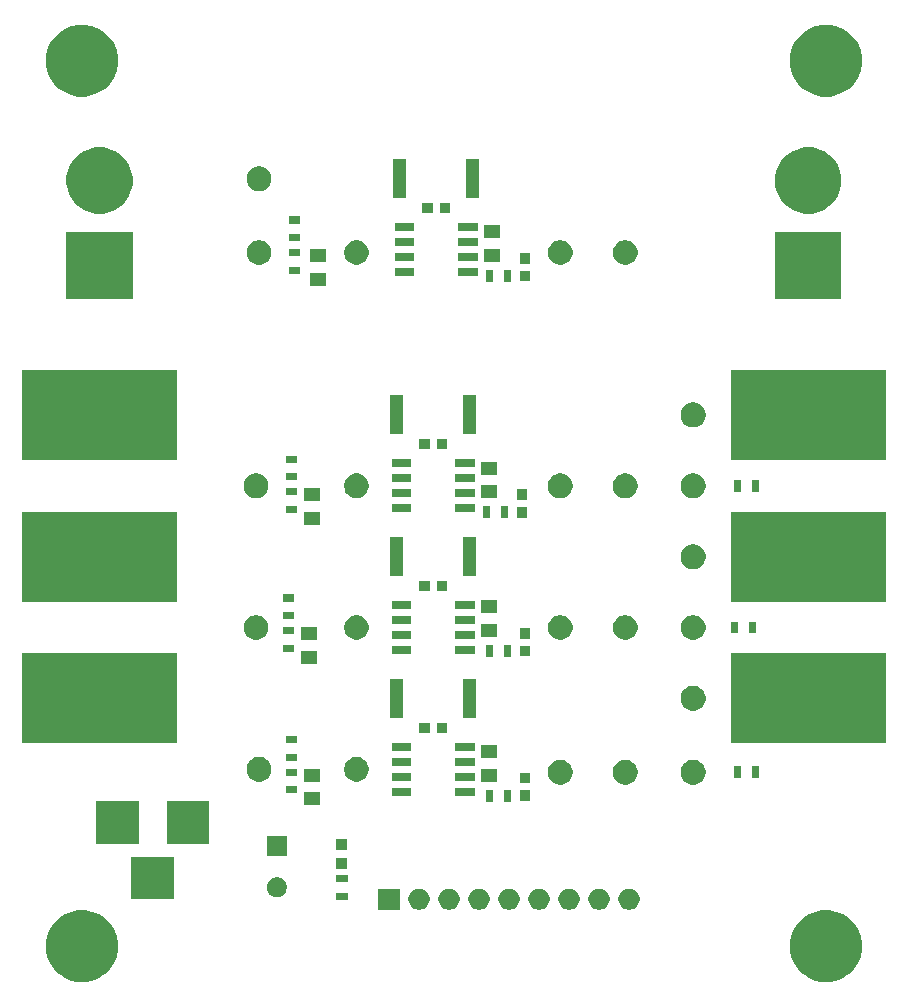
<source format=gts>
G04 #@! TF.GenerationSoftware,KiCad,Pcbnew,(5.1.5)-3*
G04 #@! TF.CreationDate,2020-01-25T00:11:38-03:30*
G04 #@! TF.ProjectId,Power Sense PCB,506f7765-7220-4536-956e-736520504342,rev?*
G04 #@! TF.SameCoordinates,Original*
G04 #@! TF.FileFunction,Soldermask,Top*
G04 #@! TF.FilePolarity,Negative*
%FSLAX46Y46*%
G04 Gerber Fmt 4.6, Leading zero omitted, Abs format (unit mm)*
G04 Created by KiCad (PCBNEW (5.1.5)-3) date 2020-01-25 00:11:38*
%MOMM*%
%LPD*%
G04 APERTURE LIST*
%ADD10C,0.100000*%
G04 APERTURE END LIST*
D10*
G36*
X124389943Y-118066248D02*
G01*
X124945189Y-118296238D01*
X125193347Y-118462052D01*
X125444899Y-118630134D01*
X125869866Y-119055101D01*
X126018440Y-119277458D01*
X126203762Y-119554811D01*
X126433752Y-120110057D01*
X126551000Y-120699501D01*
X126551000Y-121300499D01*
X126433752Y-121889943D01*
X126203762Y-122445189D01*
X126203761Y-122445190D01*
X125869866Y-122944899D01*
X125444899Y-123369866D01*
X125304573Y-123463629D01*
X124945189Y-123703762D01*
X124389943Y-123933752D01*
X123800499Y-124051000D01*
X123199501Y-124051000D01*
X122610057Y-123933752D01*
X122054811Y-123703762D01*
X121695427Y-123463629D01*
X121555101Y-123369866D01*
X121130134Y-122944899D01*
X120796239Y-122445190D01*
X120796238Y-122445189D01*
X120566248Y-121889943D01*
X120449000Y-121300499D01*
X120449000Y-120699501D01*
X120566248Y-120110057D01*
X120796238Y-119554811D01*
X120981560Y-119277458D01*
X121130134Y-119055101D01*
X121555101Y-118630134D01*
X121806653Y-118462052D01*
X122054811Y-118296238D01*
X122610057Y-118066248D01*
X123199501Y-117949000D01*
X123800499Y-117949000D01*
X124389943Y-118066248D01*
G37*
G36*
X61389943Y-118066248D02*
G01*
X61945189Y-118296238D01*
X62193347Y-118462052D01*
X62444899Y-118630134D01*
X62869866Y-119055101D01*
X63018440Y-119277458D01*
X63203762Y-119554811D01*
X63433752Y-120110057D01*
X63551000Y-120699501D01*
X63551000Y-121300499D01*
X63433752Y-121889943D01*
X63203762Y-122445189D01*
X63203761Y-122445190D01*
X62869866Y-122944899D01*
X62444899Y-123369866D01*
X62304573Y-123463629D01*
X61945189Y-123703762D01*
X61389943Y-123933752D01*
X60800499Y-124051000D01*
X60199501Y-124051000D01*
X59610057Y-123933752D01*
X59054811Y-123703762D01*
X58695427Y-123463629D01*
X58555101Y-123369866D01*
X58130134Y-122944899D01*
X57796239Y-122445190D01*
X57796238Y-122445189D01*
X57566248Y-121889943D01*
X57449000Y-121300499D01*
X57449000Y-120699501D01*
X57566248Y-120110057D01*
X57796238Y-119554811D01*
X57981560Y-119277458D01*
X58130134Y-119055101D01*
X58555101Y-118630134D01*
X58806653Y-118462052D01*
X59054811Y-118296238D01*
X59610057Y-118066248D01*
X60199501Y-117949000D01*
X60800499Y-117949000D01*
X61389943Y-118066248D01*
G37*
G36*
X87401000Y-117901000D02*
G01*
X85599000Y-117901000D01*
X85599000Y-116099000D01*
X87401000Y-116099000D01*
X87401000Y-117901000D01*
G37*
G36*
X89153512Y-116103927D02*
G01*
X89302812Y-116133624D01*
X89466784Y-116201544D01*
X89614354Y-116300147D01*
X89739853Y-116425646D01*
X89838456Y-116573216D01*
X89906376Y-116737188D01*
X89941000Y-116911259D01*
X89941000Y-117088741D01*
X89906376Y-117262812D01*
X89838456Y-117426784D01*
X89739853Y-117574354D01*
X89614354Y-117699853D01*
X89466784Y-117798456D01*
X89302812Y-117866376D01*
X89153512Y-117896073D01*
X89128742Y-117901000D01*
X88951258Y-117901000D01*
X88926488Y-117896073D01*
X88777188Y-117866376D01*
X88613216Y-117798456D01*
X88465646Y-117699853D01*
X88340147Y-117574354D01*
X88241544Y-117426784D01*
X88173624Y-117262812D01*
X88139000Y-117088741D01*
X88139000Y-116911259D01*
X88173624Y-116737188D01*
X88241544Y-116573216D01*
X88340147Y-116425646D01*
X88465646Y-116300147D01*
X88613216Y-116201544D01*
X88777188Y-116133624D01*
X88926488Y-116103927D01*
X88951258Y-116099000D01*
X89128742Y-116099000D01*
X89153512Y-116103927D01*
G37*
G36*
X106933512Y-116103927D02*
G01*
X107082812Y-116133624D01*
X107246784Y-116201544D01*
X107394354Y-116300147D01*
X107519853Y-116425646D01*
X107618456Y-116573216D01*
X107686376Y-116737188D01*
X107721000Y-116911259D01*
X107721000Y-117088741D01*
X107686376Y-117262812D01*
X107618456Y-117426784D01*
X107519853Y-117574354D01*
X107394354Y-117699853D01*
X107246784Y-117798456D01*
X107082812Y-117866376D01*
X106933512Y-117896073D01*
X106908742Y-117901000D01*
X106731258Y-117901000D01*
X106706488Y-117896073D01*
X106557188Y-117866376D01*
X106393216Y-117798456D01*
X106245646Y-117699853D01*
X106120147Y-117574354D01*
X106021544Y-117426784D01*
X105953624Y-117262812D01*
X105919000Y-117088741D01*
X105919000Y-116911259D01*
X105953624Y-116737188D01*
X106021544Y-116573216D01*
X106120147Y-116425646D01*
X106245646Y-116300147D01*
X106393216Y-116201544D01*
X106557188Y-116133624D01*
X106706488Y-116103927D01*
X106731258Y-116099000D01*
X106908742Y-116099000D01*
X106933512Y-116103927D01*
G37*
G36*
X104393512Y-116103927D02*
G01*
X104542812Y-116133624D01*
X104706784Y-116201544D01*
X104854354Y-116300147D01*
X104979853Y-116425646D01*
X105078456Y-116573216D01*
X105146376Y-116737188D01*
X105181000Y-116911259D01*
X105181000Y-117088741D01*
X105146376Y-117262812D01*
X105078456Y-117426784D01*
X104979853Y-117574354D01*
X104854354Y-117699853D01*
X104706784Y-117798456D01*
X104542812Y-117866376D01*
X104393512Y-117896073D01*
X104368742Y-117901000D01*
X104191258Y-117901000D01*
X104166488Y-117896073D01*
X104017188Y-117866376D01*
X103853216Y-117798456D01*
X103705646Y-117699853D01*
X103580147Y-117574354D01*
X103481544Y-117426784D01*
X103413624Y-117262812D01*
X103379000Y-117088741D01*
X103379000Y-116911259D01*
X103413624Y-116737188D01*
X103481544Y-116573216D01*
X103580147Y-116425646D01*
X103705646Y-116300147D01*
X103853216Y-116201544D01*
X104017188Y-116133624D01*
X104166488Y-116103927D01*
X104191258Y-116099000D01*
X104368742Y-116099000D01*
X104393512Y-116103927D01*
G37*
G36*
X101853512Y-116103927D02*
G01*
X102002812Y-116133624D01*
X102166784Y-116201544D01*
X102314354Y-116300147D01*
X102439853Y-116425646D01*
X102538456Y-116573216D01*
X102606376Y-116737188D01*
X102641000Y-116911259D01*
X102641000Y-117088741D01*
X102606376Y-117262812D01*
X102538456Y-117426784D01*
X102439853Y-117574354D01*
X102314354Y-117699853D01*
X102166784Y-117798456D01*
X102002812Y-117866376D01*
X101853512Y-117896073D01*
X101828742Y-117901000D01*
X101651258Y-117901000D01*
X101626488Y-117896073D01*
X101477188Y-117866376D01*
X101313216Y-117798456D01*
X101165646Y-117699853D01*
X101040147Y-117574354D01*
X100941544Y-117426784D01*
X100873624Y-117262812D01*
X100839000Y-117088741D01*
X100839000Y-116911259D01*
X100873624Y-116737188D01*
X100941544Y-116573216D01*
X101040147Y-116425646D01*
X101165646Y-116300147D01*
X101313216Y-116201544D01*
X101477188Y-116133624D01*
X101626488Y-116103927D01*
X101651258Y-116099000D01*
X101828742Y-116099000D01*
X101853512Y-116103927D01*
G37*
G36*
X96773512Y-116103927D02*
G01*
X96922812Y-116133624D01*
X97086784Y-116201544D01*
X97234354Y-116300147D01*
X97359853Y-116425646D01*
X97458456Y-116573216D01*
X97526376Y-116737188D01*
X97561000Y-116911259D01*
X97561000Y-117088741D01*
X97526376Y-117262812D01*
X97458456Y-117426784D01*
X97359853Y-117574354D01*
X97234354Y-117699853D01*
X97086784Y-117798456D01*
X96922812Y-117866376D01*
X96773512Y-117896073D01*
X96748742Y-117901000D01*
X96571258Y-117901000D01*
X96546488Y-117896073D01*
X96397188Y-117866376D01*
X96233216Y-117798456D01*
X96085646Y-117699853D01*
X95960147Y-117574354D01*
X95861544Y-117426784D01*
X95793624Y-117262812D01*
X95759000Y-117088741D01*
X95759000Y-116911259D01*
X95793624Y-116737188D01*
X95861544Y-116573216D01*
X95960147Y-116425646D01*
X96085646Y-116300147D01*
X96233216Y-116201544D01*
X96397188Y-116133624D01*
X96546488Y-116103927D01*
X96571258Y-116099000D01*
X96748742Y-116099000D01*
X96773512Y-116103927D01*
G37*
G36*
X99313512Y-116103927D02*
G01*
X99462812Y-116133624D01*
X99626784Y-116201544D01*
X99774354Y-116300147D01*
X99899853Y-116425646D01*
X99998456Y-116573216D01*
X100066376Y-116737188D01*
X100101000Y-116911259D01*
X100101000Y-117088741D01*
X100066376Y-117262812D01*
X99998456Y-117426784D01*
X99899853Y-117574354D01*
X99774354Y-117699853D01*
X99626784Y-117798456D01*
X99462812Y-117866376D01*
X99313512Y-117896073D01*
X99288742Y-117901000D01*
X99111258Y-117901000D01*
X99086488Y-117896073D01*
X98937188Y-117866376D01*
X98773216Y-117798456D01*
X98625646Y-117699853D01*
X98500147Y-117574354D01*
X98401544Y-117426784D01*
X98333624Y-117262812D01*
X98299000Y-117088741D01*
X98299000Y-116911259D01*
X98333624Y-116737188D01*
X98401544Y-116573216D01*
X98500147Y-116425646D01*
X98625646Y-116300147D01*
X98773216Y-116201544D01*
X98937188Y-116133624D01*
X99086488Y-116103927D01*
X99111258Y-116099000D01*
X99288742Y-116099000D01*
X99313512Y-116103927D01*
G37*
G36*
X91693512Y-116103927D02*
G01*
X91842812Y-116133624D01*
X92006784Y-116201544D01*
X92154354Y-116300147D01*
X92279853Y-116425646D01*
X92378456Y-116573216D01*
X92446376Y-116737188D01*
X92481000Y-116911259D01*
X92481000Y-117088741D01*
X92446376Y-117262812D01*
X92378456Y-117426784D01*
X92279853Y-117574354D01*
X92154354Y-117699853D01*
X92006784Y-117798456D01*
X91842812Y-117866376D01*
X91693512Y-117896073D01*
X91668742Y-117901000D01*
X91491258Y-117901000D01*
X91466488Y-117896073D01*
X91317188Y-117866376D01*
X91153216Y-117798456D01*
X91005646Y-117699853D01*
X90880147Y-117574354D01*
X90781544Y-117426784D01*
X90713624Y-117262812D01*
X90679000Y-117088741D01*
X90679000Y-116911259D01*
X90713624Y-116737188D01*
X90781544Y-116573216D01*
X90880147Y-116425646D01*
X91005646Y-116300147D01*
X91153216Y-116201544D01*
X91317188Y-116133624D01*
X91466488Y-116103927D01*
X91491258Y-116099000D01*
X91668742Y-116099000D01*
X91693512Y-116103927D01*
G37*
G36*
X94233512Y-116103927D02*
G01*
X94382812Y-116133624D01*
X94546784Y-116201544D01*
X94694354Y-116300147D01*
X94819853Y-116425646D01*
X94918456Y-116573216D01*
X94986376Y-116737188D01*
X95021000Y-116911259D01*
X95021000Y-117088741D01*
X94986376Y-117262812D01*
X94918456Y-117426784D01*
X94819853Y-117574354D01*
X94694354Y-117699853D01*
X94546784Y-117798456D01*
X94382812Y-117866376D01*
X94233512Y-117896073D01*
X94208742Y-117901000D01*
X94031258Y-117901000D01*
X94006488Y-117896073D01*
X93857188Y-117866376D01*
X93693216Y-117798456D01*
X93545646Y-117699853D01*
X93420147Y-117574354D01*
X93321544Y-117426784D01*
X93253624Y-117262812D01*
X93219000Y-117088741D01*
X93219000Y-116911259D01*
X93253624Y-116737188D01*
X93321544Y-116573216D01*
X93420147Y-116425646D01*
X93545646Y-116300147D01*
X93693216Y-116201544D01*
X93857188Y-116133624D01*
X94006488Y-116103927D01*
X94031258Y-116099000D01*
X94208742Y-116099000D01*
X94233512Y-116103927D01*
G37*
G36*
X83001000Y-117051000D02*
G01*
X81999000Y-117051000D01*
X81999000Y-116449000D01*
X83001000Y-116449000D01*
X83001000Y-117051000D01*
G37*
G36*
X68301000Y-117001000D02*
G01*
X64699000Y-117001000D01*
X64699000Y-113399000D01*
X68301000Y-113399000D01*
X68301000Y-117001000D01*
G37*
G36*
X77248228Y-115181703D02*
G01*
X77403100Y-115245853D01*
X77542481Y-115338985D01*
X77661015Y-115457519D01*
X77754147Y-115596900D01*
X77818297Y-115751772D01*
X77851000Y-115916184D01*
X77851000Y-116083816D01*
X77818297Y-116248228D01*
X77754147Y-116403100D01*
X77661015Y-116542481D01*
X77542481Y-116661015D01*
X77403100Y-116754147D01*
X77248228Y-116818297D01*
X77083816Y-116851000D01*
X76916184Y-116851000D01*
X76751772Y-116818297D01*
X76596900Y-116754147D01*
X76457519Y-116661015D01*
X76338985Y-116542481D01*
X76245853Y-116403100D01*
X76181703Y-116248228D01*
X76149000Y-116083816D01*
X76149000Y-115916184D01*
X76181703Y-115751772D01*
X76245853Y-115596900D01*
X76338985Y-115457519D01*
X76457519Y-115338985D01*
X76596900Y-115245853D01*
X76751772Y-115181703D01*
X76916184Y-115149000D01*
X77083816Y-115149000D01*
X77248228Y-115181703D01*
G37*
G36*
X83001000Y-115551000D02*
G01*
X81999000Y-115551000D01*
X81999000Y-114949000D01*
X83001000Y-114949000D01*
X83001000Y-115551000D01*
G37*
G36*
X82951000Y-114451000D02*
G01*
X82049000Y-114451000D01*
X82049000Y-113549000D01*
X82951000Y-113549000D01*
X82951000Y-114451000D01*
G37*
G36*
X77851000Y-113351000D02*
G01*
X76149000Y-113351000D01*
X76149000Y-111649000D01*
X77851000Y-111649000D01*
X77851000Y-113351000D01*
G37*
G36*
X82951000Y-112851000D02*
G01*
X82049000Y-112851000D01*
X82049000Y-111949000D01*
X82951000Y-111949000D01*
X82951000Y-112851000D01*
G37*
G36*
X71301000Y-112301000D02*
G01*
X67699000Y-112301000D01*
X67699000Y-108699000D01*
X71301000Y-108699000D01*
X71301000Y-112301000D01*
G37*
G36*
X65301000Y-112301000D02*
G01*
X61699000Y-112301000D01*
X61699000Y-108699000D01*
X65301000Y-108699000D01*
X65301000Y-112301000D01*
G37*
G36*
X80676000Y-109051000D02*
G01*
X79324000Y-109051000D01*
X79324000Y-107949000D01*
X80676000Y-107949000D01*
X80676000Y-109051000D01*
G37*
G36*
X95301000Y-108751000D02*
G01*
X94699000Y-108751000D01*
X94699000Y-107749000D01*
X95301000Y-107749000D01*
X95301000Y-108751000D01*
G37*
G36*
X96801000Y-108751000D02*
G01*
X96199000Y-108751000D01*
X96199000Y-107749000D01*
X96801000Y-107749000D01*
X96801000Y-108751000D01*
G37*
G36*
X98426000Y-108701000D02*
G01*
X97574000Y-108701000D01*
X97574000Y-107799000D01*
X98426000Y-107799000D01*
X98426000Y-108701000D01*
G37*
G36*
X93776000Y-108256000D02*
G01*
X92124000Y-108256000D01*
X92124000Y-107554000D01*
X93776000Y-107554000D01*
X93776000Y-108256000D01*
G37*
G36*
X88376000Y-108256000D02*
G01*
X86724000Y-108256000D01*
X86724000Y-107554000D01*
X88376000Y-107554000D01*
X88376000Y-108256000D01*
G37*
G36*
X78751000Y-108051000D02*
G01*
X77749000Y-108051000D01*
X77749000Y-107449000D01*
X78751000Y-107449000D01*
X78751000Y-108051000D01*
G37*
G36*
X106806564Y-105239389D02*
G01*
X106997833Y-105318615D01*
X106997835Y-105318616D01*
X107169973Y-105433635D01*
X107316365Y-105580027D01*
X107392143Y-105693436D01*
X107431385Y-105752167D01*
X107510611Y-105943436D01*
X107551000Y-106146484D01*
X107551000Y-106353516D01*
X107510611Y-106556564D01*
X107431385Y-106747833D01*
X107431384Y-106747835D01*
X107316365Y-106919973D01*
X107169973Y-107066365D01*
X106997835Y-107181384D01*
X106997834Y-107181385D01*
X106997833Y-107181385D01*
X106806564Y-107260611D01*
X106603516Y-107301000D01*
X106396484Y-107301000D01*
X106193436Y-107260611D01*
X106002167Y-107181385D01*
X106002166Y-107181385D01*
X106002165Y-107181384D01*
X105830027Y-107066365D01*
X105683635Y-106919973D01*
X105568616Y-106747835D01*
X105568615Y-106747833D01*
X105489389Y-106556564D01*
X105449000Y-106353516D01*
X105449000Y-106146484D01*
X105489389Y-105943436D01*
X105568615Y-105752167D01*
X105607858Y-105693436D01*
X105683635Y-105580027D01*
X105830027Y-105433635D01*
X106002165Y-105318616D01*
X106002167Y-105318615D01*
X106193436Y-105239389D01*
X106396484Y-105199000D01*
X106603516Y-105199000D01*
X106806564Y-105239389D01*
G37*
G36*
X112556564Y-105239389D02*
G01*
X112747833Y-105318615D01*
X112747835Y-105318616D01*
X112919973Y-105433635D01*
X113066365Y-105580027D01*
X113142143Y-105693436D01*
X113181385Y-105752167D01*
X113260611Y-105943436D01*
X113301000Y-106146484D01*
X113301000Y-106353516D01*
X113260611Y-106556564D01*
X113181385Y-106747833D01*
X113181384Y-106747835D01*
X113066365Y-106919973D01*
X112919973Y-107066365D01*
X112747835Y-107181384D01*
X112747834Y-107181385D01*
X112747833Y-107181385D01*
X112556564Y-107260611D01*
X112353516Y-107301000D01*
X112146484Y-107301000D01*
X111943436Y-107260611D01*
X111752167Y-107181385D01*
X111752166Y-107181385D01*
X111752165Y-107181384D01*
X111580027Y-107066365D01*
X111433635Y-106919973D01*
X111318616Y-106747835D01*
X111318615Y-106747833D01*
X111239389Y-106556564D01*
X111199000Y-106353516D01*
X111199000Y-106146484D01*
X111239389Y-105943436D01*
X111318615Y-105752167D01*
X111357858Y-105693436D01*
X111433635Y-105580027D01*
X111580027Y-105433635D01*
X111752165Y-105318616D01*
X111752167Y-105318615D01*
X111943436Y-105239389D01*
X112146484Y-105199000D01*
X112353516Y-105199000D01*
X112556564Y-105239389D01*
G37*
G36*
X101306564Y-105239389D02*
G01*
X101497833Y-105318615D01*
X101497835Y-105318616D01*
X101669973Y-105433635D01*
X101816365Y-105580027D01*
X101892143Y-105693436D01*
X101931385Y-105752167D01*
X102010611Y-105943436D01*
X102051000Y-106146484D01*
X102051000Y-106353516D01*
X102010611Y-106556564D01*
X101931385Y-106747833D01*
X101931384Y-106747835D01*
X101816365Y-106919973D01*
X101669973Y-107066365D01*
X101497835Y-107181384D01*
X101497834Y-107181385D01*
X101497833Y-107181385D01*
X101306564Y-107260611D01*
X101103516Y-107301000D01*
X100896484Y-107301000D01*
X100693436Y-107260611D01*
X100502167Y-107181385D01*
X100502166Y-107181385D01*
X100502165Y-107181384D01*
X100330027Y-107066365D01*
X100183635Y-106919973D01*
X100068616Y-106747835D01*
X100068615Y-106747833D01*
X99989389Y-106556564D01*
X99949000Y-106353516D01*
X99949000Y-106146484D01*
X99989389Y-105943436D01*
X100068615Y-105752167D01*
X100107858Y-105693436D01*
X100183635Y-105580027D01*
X100330027Y-105433635D01*
X100502165Y-105318616D01*
X100502167Y-105318615D01*
X100693436Y-105239389D01*
X100896484Y-105199000D01*
X101103516Y-105199000D01*
X101306564Y-105239389D01*
G37*
G36*
X98426000Y-107201000D02*
G01*
X97574000Y-107201000D01*
X97574000Y-106299000D01*
X98426000Y-106299000D01*
X98426000Y-107201000D01*
G37*
G36*
X95676000Y-107051000D02*
G01*
X94324000Y-107051000D01*
X94324000Y-105949000D01*
X95676000Y-105949000D01*
X95676000Y-107051000D01*
G37*
G36*
X84056564Y-104989389D02*
G01*
X84247833Y-105068615D01*
X84247835Y-105068616D01*
X84419973Y-105183635D01*
X84566365Y-105330027D01*
X84635594Y-105433635D01*
X84681385Y-105502167D01*
X84760611Y-105693436D01*
X84801000Y-105896484D01*
X84801000Y-106103516D01*
X84760611Y-106306564D01*
X84681385Y-106497833D01*
X84681384Y-106497835D01*
X84566365Y-106669973D01*
X84419973Y-106816365D01*
X84247835Y-106931384D01*
X84247834Y-106931385D01*
X84247833Y-106931385D01*
X84056564Y-107010611D01*
X83853516Y-107051000D01*
X83646484Y-107051000D01*
X83443436Y-107010611D01*
X83252167Y-106931385D01*
X83252166Y-106931385D01*
X83252165Y-106931384D01*
X83080027Y-106816365D01*
X82933635Y-106669973D01*
X82818616Y-106497835D01*
X82818615Y-106497833D01*
X82739389Y-106306564D01*
X82699000Y-106103516D01*
X82699000Y-105896484D01*
X82739389Y-105693436D01*
X82818615Y-105502167D01*
X82864407Y-105433635D01*
X82933635Y-105330027D01*
X83080027Y-105183635D01*
X83252165Y-105068616D01*
X83252167Y-105068615D01*
X83443436Y-104989389D01*
X83646484Y-104949000D01*
X83853516Y-104949000D01*
X84056564Y-104989389D01*
G37*
G36*
X80676000Y-107051000D02*
G01*
X79324000Y-107051000D01*
X79324000Y-105949000D01*
X80676000Y-105949000D01*
X80676000Y-107051000D01*
G37*
G36*
X75806564Y-104989389D02*
G01*
X75997833Y-105068615D01*
X75997835Y-105068616D01*
X76169973Y-105183635D01*
X76316365Y-105330027D01*
X76385594Y-105433635D01*
X76431385Y-105502167D01*
X76510611Y-105693436D01*
X76551000Y-105896484D01*
X76551000Y-106103516D01*
X76510611Y-106306564D01*
X76431385Y-106497833D01*
X76431384Y-106497835D01*
X76316365Y-106669973D01*
X76169973Y-106816365D01*
X75997835Y-106931384D01*
X75997834Y-106931385D01*
X75997833Y-106931385D01*
X75806564Y-107010611D01*
X75603516Y-107051000D01*
X75396484Y-107051000D01*
X75193436Y-107010611D01*
X75002167Y-106931385D01*
X75002166Y-106931385D01*
X75002165Y-106931384D01*
X74830027Y-106816365D01*
X74683635Y-106669973D01*
X74568616Y-106497835D01*
X74568615Y-106497833D01*
X74489389Y-106306564D01*
X74449000Y-106103516D01*
X74449000Y-105896484D01*
X74489389Y-105693436D01*
X74568615Y-105502167D01*
X74614407Y-105433635D01*
X74683635Y-105330027D01*
X74830027Y-105183635D01*
X75002165Y-105068616D01*
X75002167Y-105068615D01*
X75193436Y-104989389D01*
X75396484Y-104949000D01*
X75603516Y-104949000D01*
X75806564Y-104989389D01*
G37*
G36*
X88376000Y-106986000D02*
G01*
X86724000Y-106986000D01*
X86724000Y-106284000D01*
X88376000Y-106284000D01*
X88376000Y-106986000D01*
G37*
G36*
X93776000Y-106986000D02*
G01*
X92124000Y-106986000D01*
X92124000Y-106284000D01*
X93776000Y-106284000D01*
X93776000Y-106986000D01*
G37*
G36*
X117801000Y-106751000D02*
G01*
X117199000Y-106751000D01*
X117199000Y-105749000D01*
X117801000Y-105749000D01*
X117801000Y-106751000D01*
G37*
G36*
X116301000Y-106751000D02*
G01*
X115699000Y-106751000D01*
X115699000Y-105749000D01*
X116301000Y-105749000D01*
X116301000Y-106751000D01*
G37*
G36*
X78751000Y-106551000D02*
G01*
X77749000Y-106551000D01*
X77749000Y-105949000D01*
X78751000Y-105949000D01*
X78751000Y-106551000D01*
G37*
G36*
X93776000Y-105716000D02*
G01*
X92124000Y-105716000D01*
X92124000Y-105014000D01*
X93776000Y-105014000D01*
X93776000Y-105716000D01*
G37*
G36*
X88376000Y-105716000D02*
G01*
X86724000Y-105716000D01*
X86724000Y-105014000D01*
X88376000Y-105014000D01*
X88376000Y-105716000D01*
G37*
G36*
X78751000Y-105301000D02*
G01*
X77749000Y-105301000D01*
X77749000Y-104699000D01*
X78751000Y-104699000D01*
X78751000Y-105301000D01*
G37*
G36*
X95676000Y-105051000D02*
G01*
X94324000Y-105051000D01*
X94324000Y-103949000D01*
X95676000Y-103949000D01*
X95676000Y-105051000D01*
G37*
G36*
X93776000Y-104446000D02*
G01*
X92124000Y-104446000D01*
X92124000Y-103744000D01*
X93776000Y-103744000D01*
X93776000Y-104446000D01*
G37*
G36*
X88376000Y-104446000D02*
G01*
X86724000Y-104446000D01*
X86724000Y-103744000D01*
X88376000Y-103744000D01*
X88376000Y-104446000D01*
G37*
G36*
X128551000Y-103801000D02*
G01*
X115449000Y-103801000D01*
X115449000Y-96199000D01*
X128551000Y-96199000D01*
X128551000Y-103801000D01*
G37*
G36*
X78751000Y-103801000D02*
G01*
X77749000Y-103801000D01*
X77749000Y-103199000D01*
X78751000Y-103199000D01*
X78751000Y-103801000D01*
G37*
G36*
X68551000Y-103801000D02*
G01*
X55449000Y-103801000D01*
X55449000Y-96199000D01*
X68551000Y-96199000D01*
X68551000Y-103801000D01*
G37*
G36*
X91451000Y-102926000D02*
G01*
X90549000Y-102926000D01*
X90549000Y-102074000D01*
X91451000Y-102074000D01*
X91451000Y-102926000D01*
G37*
G36*
X89951000Y-102926000D02*
G01*
X89049000Y-102926000D01*
X89049000Y-102074000D01*
X89951000Y-102074000D01*
X89951000Y-102926000D01*
G37*
G36*
X93901000Y-101651000D02*
G01*
X92799000Y-101651000D01*
X92799000Y-98349000D01*
X93901000Y-98349000D01*
X93901000Y-101651000D01*
G37*
G36*
X87701000Y-101651000D02*
G01*
X86599000Y-101651000D01*
X86599000Y-98349000D01*
X87701000Y-98349000D01*
X87701000Y-101651000D01*
G37*
G36*
X112556564Y-98989389D02*
G01*
X112747833Y-99068615D01*
X112747835Y-99068616D01*
X112919973Y-99183635D01*
X113066365Y-99330027D01*
X113181385Y-99502167D01*
X113260611Y-99693436D01*
X113301000Y-99896484D01*
X113301000Y-100103516D01*
X113260611Y-100306564D01*
X113181385Y-100497833D01*
X113181384Y-100497835D01*
X113066365Y-100669973D01*
X112919973Y-100816365D01*
X112747835Y-100931384D01*
X112747834Y-100931385D01*
X112747833Y-100931385D01*
X112556564Y-101010611D01*
X112353516Y-101051000D01*
X112146484Y-101051000D01*
X111943436Y-101010611D01*
X111752167Y-100931385D01*
X111752166Y-100931385D01*
X111752165Y-100931384D01*
X111580027Y-100816365D01*
X111433635Y-100669973D01*
X111318616Y-100497835D01*
X111318615Y-100497833D01*
X111239389Y-100306564D01*
X111199000Y-100103516D01*
X111199000Y-99896484D01*
X111239389Y-99693436D01*
X111318615Y-99502167D01*
X111433635Y-99330027D01*
X111580027Y-99183635D01*
X111752165Y-99068616D01*
X111752167Y-99068615D01*
X111943436Y-98989389D01*
X112146484Y-98949000D01*
X112353516Y-98949000D01*
X112556564Y-98989389D01*
G37*
G36*
X80426000Y-97051000D02*
G01*
X79074000Y-97051000D01*
X79074000Y-95949000D01*
X80426000Y-95949000D01*
X80426000Y-97051000D01*
G37*
G36*
X95301000Y-96501000D02*
G01*
X94699000Y-96501000D01*
X94699000Y-95499000D01*
X95301000Y-95499000D01*
X95301000Y-96501000D01*
G37*
G36*
X96801000Y-96501000D02*
G01*
X96199000Y-96501000D01*
X96199000Y-95499000D01*
X96801000Y-95499000D01*
X96801000Y-96501000D01*
G37*
G36*
X98426000Y-96451000D02*
G01*
X97574000Y-96451000D01*
X97574000Y-95549000D01*
X98426000Y-95549000D01*
X98426000Y-96451000D01*
G37*
G36*
X93776000Y-96256000D02*
G01*
X92124000Y-96256000D01*
X92124000Y-95554000D01*
X93776000Y-95554000D01*
X93776000Y-96256000D01*
G37*
G36*
X88376000Y-96256000D02*
G01*
X86724000Y-96256000D01*
X86724000Y-95554000D01*
X88376000Y-95554000D01*
X88376000Y-96256000D01*
G37*
G36*
X78501000Y-96051000D02*
G01*
X77499000Y-96051000D01*
X77499000Y-95449000D01*
X78501000Y-95449000D01*
X78501000Y-96051000D01*
G37*
G36*
X80426000Y-95051000D02*
G01*
X79074000Y-95051000D01*
X79074000Y-93949000D01*
X80426000Y-93949000D01*
X80426000Y-95051000D01*
G37*
G36*
X75556564Y-92989389D02*
G01*
X75747833Y-93068615D01*
X75747835Y-93068616D01*
X75919973Y-93183635D01*
X76066365Y-93330027D01*
X76181385Y-93502167D01*
X76260611Y-93693436D01*
X76301000Y-93896484D01*
X76301000Y-94103516D01*
X76260611Y-94306564D01*
X76181385Y-94497833D01*
X76181384Y-94497835D01*
X76066365Y-94669973D01*
X75919973Y-94816365D01*
X75747835Y-94931384D01*
X75747834Y-94931385D01*
X75747833Y-94931385D01*
X75556564Y-95010611D01*
X75353516Y-95051000D01*
X75146484Y-95051000D01*
X74943436Y-95010611D01*
X74752167Y-94931385D01*
X74752166Y-94931385D01*
X74752165Y-94931384D01*
X74580027Y-94816365D01*
X74433635Y-94669973D01*
X74318616Y-94497835D01*
X74318615Y-94497833D01*
X74239389Y-94306564D01*
X74199000Y-94103516D01*
X74199000Y-93896484D01*
X74239389Y-93693436D01*
X74318615Y-93502167D01*
X74433635Y-93330027D01*
X74580027Y-93183635D01*
X74752165Y-93068616D01*
X74752167Y-93068615D01*
X74943436Y-92989389D01*
X75146484Y-92949000D01*
X75353516Y-92949000D01*
X75556564Y-92989389D01*
G37*
G36*
X112556564Y-92989389D02*
G01*
X112747833Y-93068615D01*
X112747835Y-93068616D01*
X112919973Y-93183635D01*
X113066365Y-93330027D01*
X113181385Y-93502167D01*
X113260611Y-93693436D01*
X113301000Y-93896484D01*
X113301000Y-94103516D01*
X113260611Y-94306564D01*
X113181385Y-94497833D01*
X113181384Y-94497835D01*
X113066365Y-94669973D01*
X112919973Y-94816365D01*
X112747835Y-94931384D01*
X112747834Y-94931385D01*
X112747833Y-94931385D01*
X112556564Y-95010611D01*
X112353516Y-95051000D01*
X112146484Y-95051000D01*
X111943436Y-95010611D01*
X111752167Y-94931385D01*
X111752166Y-94931385D01*
X111752165Y-94931384D01*
X111580027Y-94816365D01*
X111433635Y-94669973D01*
X111318616Y-94497835D01*
X111318615Y-94497833D01*
X111239389Y-94306564D01*
X111199000Y-94103516D01*
X111199000Y-93896484D01*
X111239389Y-93693436D01*
X111318615Y-93502167D01*
X111433635Y-93330027D01*
X111580027Y-93183635D01*
X111752165Y-93068616D01*
X111752167Y-93068615D01*
X111943436Y-92989389D01*
X112146484Y-92949000D01*
X112353516Y-92949000D01*
X112556564Y-92989389D01*
G37*
G36*
X101306564Y-92989389D02*
G01*
X101497833Y-93068615D01*
X101497835Y-93068616D01*
X101669973Y-93183635D01*
X101816365Y-93330027D01*
X101931385Y-93502167D01*
X102010611Y-93693436D01*
X102051000Y-93896484D01*
X102051000Y-94103516D01*
X102010611Y-94306564D01*
X101931385Y-94497833D01*
X101931384Y-94497835D01*
X101816365Y-94669973D01*
X101669973Y-94816365D01*
X101497835Y-94931384D01*
X101497834Y-94931385D01*
X101497833Y-94931385D01*
X101306564Y-95010611D01*
X101103516Y-95051000D01*
X100896484Y-95051000D01*
X100693436Y-95010611D01*
X100502167Y-94931385D01*
X100502166Y-94931385D01*
X100502165Y-94931384D01*
X100330027Y-94816365D01*
X100183635Y-94669973D01*
X100068616Y-94497835D01*
X100068615Y-94497833D01*
X99989389Y-94306564D01*
X99949000Y-94103516D01*
X99949000Y-93896484D01*
X99989389Y-93693436D01*
X100068615Y-93502167D01*
X100183635Y-93330027D01*
X100330027Y-93183635D01*
X100502165Y-93068616D01*
X100502167Y-93068615D01*
X100693436Y-92989389D01*
X100896484Y-92949000D01*
X101103516Y-92949000D01*
X101306564Y-92989389D01*
G37*
G36*
X106806564Y-92989389D02*
G01*
X106997833Y-93068615D01*
X106997835Y-93068616D01*
X107169973Y-93183635D01*
X107316365Y-93330027D01*
X107431385Y-93502167D01*
X107510611Y-93693436D01*
X107551000Y-93896484D01*
X107551000Y-94103516D01*
X107510611Y-94306564D01*
X107431385Y-94497833D01*
X107431384Y-94497835D01*
X107316365Y-94669973D01*
X107169973Y-94816365D01*
X106997835Y-94931384D01*
X106997834Y-94931385D01*
X106997833Y-94931385D01*
X106806564Y-95010611D01*
X106603516Y-95051000D01*
X106396484Y-95051000D01*
X106193436Y-95010611D01*
X106002167Y-94931385D01*
X106002166Y-94931385D01*
X106002165Y-94931384D01*
X105830027Y-94816365D01*
X105683635Y-94669973D01*
X105568616Y-94497835D01*
X105568615Y-94497833D01*
X105489389Y-94306564D01*
X105449000Y-94103516D01*
X105449000Y-93896484D01*
X105489389Y-93693436D01*
X105568615Y-93502167D01*
X105683635Y-93330027D01*
X105830027Y-93183635D01*
X106002165Y-93068616D01*
X106002167Y-93068615D01*
X106193436Y-92989389D01*
X106396484Y-92949000D01*
X106603516Y-92949000D01*
X106806564Y-92989389D01*
G37*
G36*
X84056564Y-92989389D02*
G01*
X84247833Y-93068615D01*
X84247835Y-93068616D01*
X84419973Y-93183635D01*
X84566365Y-93330027D01*
X84681385Y-93502167D01*
X84760611Y-93693436D01*
X84801000Y-93896484D01*
X84801000Y-94103516D01*
X84760611Y-94306564D01*
X84681385Y-94497833D01*
X84681384Y-94497835D01*
X84566365Y-94669973D01*
X84419973Y-94816365D01*
X84247835Y-94931384D01*
X84247834Y-94931385D01*
X84247833Y-94931385D01*
X84056564Y-95010611D01*
X83853516Y-95051000D01*
X83646484Y-95051000D01*
X83443436Y-95010611D01*
X83252167Y-94931385D01*
X83252166Y-94931385D01*
X83252165Y-94931384D01*
X83080027Y-94816365D01*
X82933635Y-94669973D01*
X82818616Y-94497835D01*
X82818615Y-94497833D01*
X82739389Y-94306564D01*
X82699000Y-94103516D01*
X82699000Y-93896484D01*
X82739389Y-93693436D01*
X82818615Y-93502167D01*
X82933635Y-93330027D01*
X83080027Y-93183635D01*
X83252165Y-93068616D01*
X83252167Y-93068615D01*
X83443436Y-92989389D01*
X83646484Y-92949000D01*
X83853516Y-92949000D01*
X84056564Y-92989389D01*
G37*
G36*
X93776000Y-94986000D02*
G01*
X92124000Y-94986000D01*
X92124000Y-94284000D01*
X93776000Y-94284000D01*
X93776000Y-94986000D01*
G37*
G36*
X88376000Y-94986000D02*
G01*
X86724000Y-94986000D01*
X86724000Y-94284000D01*
X88376000Y-94284000D01*
X88376000Y-94986000D01*
G37*
G36*
X98426000Y-94951000D02*
G01*
X97574000Y-94951000D01*
X97574000Y-94049000D01*
X98426000Y-94049000D01*
X98426000Y-94951000D01*
G37*
G36*
X95676000Y-94801000D02*
G01*
X94324000Y-94801000D01*
X94324000Y-93699000D01*
X95676000Y-93699000D01*
X95676000Y-94801000D01*
G37*
G36*
X78501000Y-94551000D02*
G01*
X77499000Y-94551000D01*
X77499000Y-93949000D01*
X78501000Y-93949000D01*
X78501000Y-94551000D01*
G37*
G36*
X117551000Y-94501000D02*
G01*
X116949000Y-94501000D01*
X116949000Y-93499000D01*
X117551000Y-93499000D01*
X117551000Y-94501000D01*
G37*
G36*
X116051000Y-94501000D02*
G01*
X115449000Y-94501000D01*
X115449000Y-93499000D01*
X116051000Y-93499000D01*
X116051000Y-94501000D01*
G37*
G36*
X93776000Y-93716000D02*
G01*
X92124000Y-93716000D01*
X92124000Y-93014000D01*
X93776000Y-93014000D01*
X93776000Y-93716000D01*
G37*
G36*
X88376000Y-93716000D02*
G01*
X86724000Y-93716000D01*
X86724000Y-93014000D01*
X88376000Y-93014000D01*
X88376000Y-93716000D01*
G37*
G36*
X78501000Y-93301000D02*
G01*
X77499000Y-93301000D01*
X77499000Y-92699000D01*
X78501000Y-92699000D01*
X78501000Y-93301000D01*
G37*
G36*
X95676000Y-92801000D02*
G01*
X94324000Y-92801000D01*
X94324000Y-91699000D01*
X95676000Y-91699000D01*
X95676000Y-92801000D01*
G37*
G36*
X93776000Y-92446000D02*
G01*
X92124000Y-92446000D01*
X92124000Y-91744000D01*
X93776000Y-91744000D01*
X93776000Y-92446000D01*
G37*
G36*
X88376000Y-92446000D02*
G01*
X86724000Y-92446000D01*
X86724000Y-91744000D01*
X88376000Y-91744000D01*
X88376000Y-92446000D01*
G37*
G36*
X128551000Y-91801000D02*
G01*
X115449000Y-91801000D01*
X115449000Y-84199000D01*
X128551000Y-84199000D01*
X128551000Y-91801000D01*
G37*
G36*
X78501000Y-91801000D02*
G01*
X77499000Y-91801000D01*
X77499000Y-91199000D01*
X78501000Y-91199000D01*
X78501000Y-91801000D01*
G37*
G36*
X68551000Y-91801000D02*
G01*
X55449000Y-91801000D01*
X55449000Y-84199000D01*
X68551000Y-84199000D01*
X68551000Y-91801000D01*
G37*
G36*
X89951000Y-90926000D02*
G01*
X89049000Y-90926000D01*
X89049000Y-90074000D01*
X89951000Y-90074000D01*
X89951000Y-90926000D01*
G37*
G36*
X91451000Y-90926000D02*
G01*
X90549000Y-90926000D01*
X90549000Y-90074000D01*
X91451000Y-90074000D01*
X91451000Y-90926000D01*
G37*
G36*
X87701000Y-89651000D02*
G01*
X86599000Y-89651000D01*
X86599000Y-86349000D01*
X87701000Y-86349000D01*
X87701000Y-89651000D01*
G37*
G36*
X93901000Y-89651000D02*
G01*
X92799000Y-89651000D01*
X92799000Y-86349000D01*
X93901000Y-86349000D01*
X93901000Y-89651000D01*
G37*
G36*
X112556564Y-86989389D02*
G01*
X112747833Y-87068615D01*
X112747835Y-87068616D01*
X112919973Y-87183635D01*
X113066365Y-87330027D01*
X113181385Y-87502167D01*
X113260611Y-87693436D01*
X113301000Y-87896484D01*
X113301000Y-88103516D01*
X113260611Y-88306564D01*
X113181385Y-88497833D01*
X113181384Y-88497835D01*
X113066365Y-88669973D01*
X112919973Y-88816365D01*
X112747835Y-88931384D01*
X112747834Y-88931385D01*
X112747833Y-88931385D01*
X112556564Y-89010611D01*
X112353516Y-89051000D01*
X112146484Y-89051000D01*
X111943436Y-89010611D01*
X111752167Y-88931385D01*
X111752166Y-88931385D01*
X111752165Y-88931384D01*
X111580027Y-88816365D01*
X111433635Y-88669973D01*
X111318616Y-88497835D01*
X111318615Y-88497833D01*
X111239389Y-88306564D01*
X111199000Y-88103516D01*
X111199000Y-87896484D01*
X111239389Y-87693436D01*
X111318615Y-87502167D01*
X111433635Y-87330027D01*
X111580027Y-87183635D01*
X111752165Y-87068616D01*
X111752167Y-87068615D01*
X111943436Y-86989389D01*
X112146484Y-86949000D01*
X112353516Y-86949000D01*
X112556564Y-86989389D01*
G37*
G36*
X80676000Y-85301000D02*
G01*
X79324000Y-85301000D01*
X79324000Y-84199000D01*
X80676000Y-84199000D01*
X80676000Y-85301000D01*
G37*
G36*
X95051000Y-84751000D02*
G01*
X94449000Y-84751000D01*
X94449000Y-83749000D01*
X95051000Y-83749000D01*
X95051000Y-84751000D01*
G37*
G36*
X96551000Y-84751000D02*
G01*
X95949000Y-84751000D01*
X95949000Y-83749000D01*
X96551000Y-83749000D01*
X96551000Y-84751000D01*
G37*
G36*
X98176000Y-84701000D02*
G01*
X97324000Y-84701000D01*
X97324000Y-83799000D01*
X98176000Y-83799000D01*
X98176000Y-84701000D01*
G37*
G36*
X78751000Y-84301000D02*
G01*
X77749000Y-84301000D01*
X77749000Y-83699000D01*
X78751000Y-83699000D01*
X78751000Y-84301000D01*
G37*
G36*
X88376000Y-84256000D02*
G01*
X86724000Y-84256000D01*
X86724000Y-83554000D01*
X88376000Y-83554000D01*
X88376000Y-84256000D01*
G37*
G36*
X93776000Y-84256000D02*
G01*
X92124000Y-84256000D01*
X92124000Y-83554000D01*
X93776000Y-83554000D01*
X93776000Y-84256000D01*
G37*
G36*
X80676000Y-83301000D02*
G01*
X79324000Y-83301000D01*
X79324000Y-82199000D01*
X80676000Y-82199000D01*
X80676000Y-83301000D01*
G37*
G36*
X98176000Y-83201000D02*
G01*
X97324000Y-83201000D01*
X97324000Y-82299000D01*
X98176000Y-82299000D01*
X98176000Y-83201000D01*
G37*
G36*
X112556564Y-80989389D02*
G01*
X112747833Y-81068615D01*
X112747835Y-81068616D01*
X112919973Y-81183635D01*
X113066365Y-81330027D01*
X113181385Y-81502167D01*
X113260611Y-81693436D01*
X113301000Y-81896484D01*
X113301000Y-82103516D01*
X113260611Y-82306564D01*
X113181385Y-82497833D01*
X113181384Y-82497835D01*
X113066365Y-82669973D01*
X112919973Y-82816365D01*
X112747835Y-82931384D01*
X112747834Y-82931385D01*
X112747833Y-82931385D01*
X112556564Y-83010611D01*
X112353516Y-83051000D01*
X112146484Y-83051000D01*
X111943436Y-83010611D01*
X111752167Y-82931385D01*
X111752166Y-82931385D01*
X111752165Y-82931384D01*
X111580027Y-82816365D01*
X111433635Y-82669973D01*
X111318616Y-82497835D01*
X111318615Y-82497833D01*
X111239389Y-82306564D01*
X111199000Y-82103516D01*
X111199000Y-81896484D01*
X111239389Y-81693436D01*
X111318615Y-81502167D01*
X111433635Y-81330027D01*
X111580027Y-81183635D01*
X111752165Y-81068616D01*
X111752167Y-81068615D01*
X111943436Y-80989389D01*
X112146484Y-80949000D01*
X112353516Y-80949000D01*
X112556564Y-80989389D01*
G37*
G36*
X106806564Y-80989389D02*
G01*
X106997833Y-81068615D01*
X106997835Y-81068616D01*
X107169973Y-81183635D01*
X107316365Y-81330027D01*
X107431385Y-81502167D01*
X107510611Y-81693436D01*
X107551000Y-81896484D01*
X107551000Y-82103516D01*
X107510611Y-82306564D01*
X107431385Y-82497833D01*
X107431384Y-82497835D01*
X107316365Y-82669973D01*
X107169973Y-82816365D01*
X106997835Y-82931384D01*
X106997834Y-82931385D01*
X106997833Y-82931385D01*
X106806564Y-83010611D01*
X106603516Y-83051000D01*
X106396484Y-83051000D01*
X106193436Y-83010611D01*
X106002167Y-82931385D01*
X106002166Y-82931385D01*
X106002165Y-82931384D01*
X105830027Y-82816365D01*
X105683635Y-82669973D01*
X105568616Y-82497835D01*
X105568615Y-82497833D01*
X105489389Y-82306564D01*
X105449000Y-82103516D01*
X105449000Y-81896484D01*
X105489389Y-81693436D01*
X105568615Y-81502167D01*
X105683635Y-81330027D01*
X105830027Y-81183635D01*
X106002165Y-81068616D01*
X106002167Y-81068615D01*
X106193436Y-80989389D01*
X106396484Y-80949000D01*
X106603516Y-80949000D01*
X106806564Y-80989389D01*
G37*
G36*
X95676000Y-83051000D02*
G01*
X94324000Y-83051000D01*
X94324000Y-81949000D01*
X95676000Y-81949000D01*
X95676000Y-83051000D01*
G37*
G36*
X84056564Y-80989389D02*
G01*
X84247833Y-81068615D01*
X84247835Y-81068616D01*
X84419973Y-81183635D01*
X84566365Y-81330027D01*
X84681385Y-81502167D01*
X84760611Y-81693436D01*
X84801000Y-81896484D01*
X84801000Y-82103516D01*
X84760611Y-82306564D01*
X84681385Y-82497833D01*
X84681384Y-82497835D01*
X84566365Y-82669973D01*
X84419973Y-82816365D01*
X84247835Y-82931384D01*
X84247834Y-82931385D01*
X84247833Y-82931385D01*
X84056564Y-83010611D01*
X83853516Y-83051000D01*
X83646484Y-83051000D01*
X83443436Y-83010611D01*
X83252167Y-82931385D01*
X83252166Y-82931385D01*
X83252165Y-82931384D01*
X83080027Y-82816365D01*
X82933635Y-82669973D01*
X82818616Y-82497835D01*
X82818615Y-82497833D01*
X82739389Y-82306564D01*
X82699000Y-82103516D01*
X82699000Y-81896484D01*
X82739389Y-81693436D01*
X82818615Y-81502167D01*
X82933635Y-81330027D01*
X83080027Y-81183635D01*
X83252165Y-81068616D01*
X83252167Y-81068615D01*
X83443436Y-80989389D01*
X83646484Y-80949000D01*
X83853516Y-80949000D01*
X84056564Y-80989389D01*
G37*
G36*
X101306564Y-80989389D02*
G01*
X101497833Y-81068615D01*
X101497835Y-81068616D01*
X101669973Y-81183635D01*
X101816365Y-81330027D01*
X101931385Y-81502167D01*
X102010611Y-81693436D01*
X102051000Y-81896484D01*
X102051000Y-82103516D01*
X102010611Y-82306564D01*
X101931385Y-82497833D01*
X101931384Y-82497835D01*
X101816365Y-82669973D01*
X101669973Y-82816365D01*
X101497835Y-82931384D01*
X101497834Y-82931385D01*
X101497833Y-82931385D01*
X101306564Y-83010611D01*
X101103516Y-83051000D01*
X100896484Y-83051000D01*
X100693436Y-83010611D01*
X100502167Y-82931385D01*
X100502166Y-82931385D01*
X100502165Y-82931384D01*
X100330027Y-82816365D01*
X100183635Y-82669973D01*
X100068616Y-82497835D01*
X100068615Y-82497833D01*
X99989389Y-82306564D01*
X99949000Y-82103516D01*
X99949000Y-81896484D01*
X99989389Y-81693436D01*
X100068615Y-81502167D01*
X100183635Y-81330027D01*
X100330027Y-81183635D01*
X100502165Y-81068616D01*
X100502167Y-81068615D01*
X100693436Y-80989389D01*
X100896484Y-80949000D01*
X101103516Y-80949000D01*
X101306564Y-80989389D01*
G37*
G36*
X75556564Y-80989389D02*
G01*
X75747833Y-81068615D01*
X75747835Y-81068616D01*
X75919973Y-81183635D01*
X76066365Y-81330027D01*
X76181385Y-81502167D01*
X76260611Y-81693436D01*
X76301000Y-81896484D01*
X76301000Y-82103516D01*
X76260611Y-82306564D01*
X76181385Y-82497833D01*
X76181384Y-82497835D01*
X76066365Y-82669973D01*
X75919973Y-82816365D01*
X75747835Y-82931384D01*
X75747834Y-82931385D01*
X75747833Y-82931385D01*
X75556564Y-83010611D01*
X75353516Y-83051000D01*
X75146484Y-83051000D01*
X74943436Y-83010611D01*
X74752167Y-82931385D01*
X74752166Y-82931385D01*
X74752165Y-82931384D01*
X74580027Y-82816365D01*
X74433635Y-82669973D01*
X74318616Y-82497835D01*
X74318615Y-82497833D01*
X74239389Y-82306564D01*
X74199000Y-82103516D01*
X74199000Y-81896484D01*
X74239389Y-81693436D01*
X74318615Y-81502167D01*
X74433635Y-81330027D01*
X74580027Y-81183635D01*
X74752165Y-81068616D01*
X74752167Y-81068615D01*
X74943436Y-80989389D01*
X75146484Y-80949000D01*
X75353516Y-80949000D01*
X75556564Y-80989389D01*
G37*
G36*
X93776000Y-82986000D02*
G01*
X92124000Y-82986000D01*
X92124000Y-82284000D01*
X93776000Y-82284000D01*
X93776000Y-82986000D01*
G37*
G36*
X88376000Y-82986000D02*
G01*
X86724000Y-82986000D01*
X86724000Y-82284000D01*
X88376000Y-82284000D01*
X88376000Y-82986000D01*
G37*
G36*
X78751000Y-82801000D02*
G01*
X77749000Y-82801000D01*
X77749000Y-82199000D01*
X78751000Y-82199000D01*
X78751000Y-82801000D01*
G37*
G36*
X116301000Y-82501000D02*
G01*
X115699000Y-82501000D01*
X115699000Y-81499000D01*
X116301000Y-81499000D01*
X116301000Y-82501000D01*
G37*
G36*
X117801000Y-82501000D02*
G01*
X117199000Y-82501000D01*
X117199000Y-81499000D01*
X117801000Y-81499000D01*
X117801000Y-82501000D01*
G37*
G36*
X93776000Y-81716000D02*
G01*
X92124000Y-81716000D01*
X92124000Y-81014000D01*
X93776000Y-81014000D01*
X93776000Y-81716000D01*
G37*
G36*
X88376000Y-81716000D02*
G01*
X86724000Y-81716000D01*
X86724000Y-81014000D01*
X88376000Y-81014000D01*
X88376000Y-81716000D01*
G37*
G36*
X78751000Y-81551000D02*
G01*
X77749000Y-81551000D01*
X77749000Y-80949000D01*
X78751000Y-80949000D01*
X78751000Y-81551000D01*
G37*
G36*
X95676000Y-81051000D02*
G01*
X94324000Y-81051000D01*
X94324000Y-79949000D01*
X95676000Y-79949000D01*
X95676000Y-81051000D01*
G37*
G36*
X88376000Y-80446000D02*
G01*
X86724000Y-80446000D01*
X86724000Y-79744000D01*
X88376000Y-79744000D01*
X88376000Y-80446000D01*
G37*
G36*
X93776000Y-80446000D02*
G01*
X92124000Y-80446000D01*
X92124000Y-79744000D01*
X93776000Y-79744000D01*
X93776000Y-80446000D01*
G37*
G36*
X78751000Y-80051000D02*
G01*
X77749000Y-80051000D01*
X77749000Y-79449000D01*
X78751000Y-79449000D01*
X78751000Y-80051000D01*
G37*
G36*
X128551000Y-79801000D02*
G01*
X115449000Y-79801000D01*
X115449000Y-72199000D01*
X128551000Y-72199000D01*
X128551000Y-79801000D01*
G37*
G36*
X68551000Y-79801000D02*
G01*
X55449000Y-79801000D01*
X55449000Y-72199000D01*
X68551000Y-72199000D01*
X68551000Y-79801000D01*
G37*
G36*
X91451000Y-78926000D02*
G01*
X90549000Y-78926000D01*
X90549000Y-78074000D01*
X91451000Y-78074000D01*
X91451000Y-78926000D01*
G37*
G36*
X89951000Y-78926000D02*
G01*
X89049000Y-78926000D01*
X89049000Y-78074000D01*
X89951000Y-78074000D01*
X89951000Y-78926000D01*
G37*
G36*
X93901000Y-77651000D02*
G01*
X92799000Y-77651000D01*
X92799000Y-74349000D01*
X93901000Y-74349000D01*
X93901000Y-77651000D01*
G37*
G36*
X87701000Y-77651000D02*
G01*
X86599000Y-77651000D01*
X86599000Y-74349000D01*
X87701000Y-74349000D01*
X87701000Y-77651000D01*
G37*
G36*
X112556564Y-74989389D02*
G01*
X112747833Y-75068615D01*
X112747835Y-75068616D01*
X112919973Y-75183635D01*
X113066365Y-75330027D01*
X113181385Y-75502167D01*
X113260611Y-75693436D01*
X113301000Y-75896484D01*
X113301000Y-76103516D01*
X113260611Y-76306564D01*
X113181385Y-76497833D01*
X113181384Y-76497835D01*
X113066365Y-76669973D01*
X112919973Y-76816365D01*
X112747835Y-76931384D01*
X112747834Y-76931385D01*
X112747833Y-76931385D01*
X112556564Y-77010611D01*
X112353516Y-77051000D01*
X112146484Y-77051000D01*
X111943436Y-77010611D01*
X111752167Y-76931385D01*
X111752166Y-76931385D01*
X111752165Y-76931384D01*
X111580027Y-76816365D01*
X111433635Y-76669973D01*
X111318616Y-76497835D01*
X111318615Y-76497833D01*
X111239389Y-76306564D01*
X111199000Y-76103516D01*
X111199000Y-75896484D01*
X111239389Y-75693436D01*
X111318615Y-75502167D01*
X111433635Y-75330027D01*
X111580027Y-75183635D01*
X111752165Y-75068616D01*
X111752167Y-75068615D01*
X111943436Y-74989389D01*
X112146484Y-74949000D01*
X112353516Y-74949000D01*
X112556564Y-74989389D01*
G37*
G36*
X124809000Y-66159000D02*
G01*
X119191000Y-66159000D01*
X119191000Y-60541000D01*
X124809000Y-60541000D01*
X124809000Y-66159000D01*
G37*
G36*
X64809000Y-66159000D02*
G01*
X59191000Y-66159000D01*
X59191000Y-60541000D01*
X64809000Y-60541000D01*
X64809000Y-66159000D01*
G37*
G36*
X81176000Y-65051000D02*
G01*
X79824000Y-65051000D01*
X79824000Y-63949000D01*
X81176000Y-63949000D01*
X81176000Y-65051000D01*
G37*
G36*
X95301000Y-64751000D02*
G01*
X94699000Y-64751000D01*
X94699000Y-63749000D01*
X95301000Y-63749000D01*
X95301000Y-64751000D01*
G37*
G36*
X96801000Y-64751000D02*
G01*
X96199000Y-64751000D01*
X96199000Y-63749000D01*
X96801000Y-63749000D01*
X96801000Y-64751000D01*
G37*
G36*
X98426000Y-64701000D02*
G01*
X97574000Y-64701000D01*
X97574000Y-63799000D01*
X98426000Y-63799000D01*
X98426000Y-64701000D01*
G37*
G36*
X88626000Y-64256000D02*
G01*
X86974000Y-64256000D01*
X86974000Y-63554000D01*
X88626000Y-63554000D01*
X88626000Y-64256000D01*
G37*
G36*
X94026000Y-64256000D02*
G01*
X92374000Y-64256000D01*
X92374000Y-63554000D01*
X94026000Y-63554000D01*
X94026000Y-64256000D01*
G37*
G36*
X79001000Y-64051000D02*
G01*
X77999000Y-64051000D01*
X77999000Y-63449000D01*
X79001000Y-63449000D01*
X79001000Y-64051000D01*
G37*
G36*
X101306564Y-61239389D02*
G01*
X101497833Y-61318615D01*
X101497835Y-61318616D01*
X101669973Y-61433635D01*
X101816365Y-61580027D01*
X101931385Y-61752167D01*
X102010611Y-61943436D01*
X102051000Y-62146484D01*
X102051000Y-62353516D01*
X102010611Y-62556564D01*
X101931385Y-62747833D01*
X101931384Y-62747835D01*
X101816365Y-62919973D01*
X101669973Y-63066365D01*
X101497835Y-63181384D01*
X101497834Y-63181385D01*
X101497833Y-63181385D01*
X101306564Y-63260611D01*
X101103516Y-63301000D01*
X100896484Y-63301000D01*
X100693436Y-63260611D01*
X100502167Y-63181385D01*
X100502166Y-63181385D01*
X100502165Y-63181384D01*
X100330027Y-63066365D01*
X100183635Y-62919973D01*
X100068616Y-62747835D01*
X100068615Y-62747833D01*
X99989389Y-62556564D01*
X99949000Y-62353516D01*
X99949000Y-62146484D01*
X99989389Y-61943436D01*
X100068615Y-61752167D01*
X100183635Y-61580027D01*
X100330027Y-61433635D01*
X100502165Y-61318616D01*
X100502167Y-61318615D01*
X100693436Y-61239389D01*
X100896484Y-61199000D01*
X101103516Y-61199000D01*
X101306564Y-61239389D01*
G37*
G36*
X75806564Y-61239389D02*
G01*
X75997833Y-61318615D01*
X75997835Y-61318616D01*
X76169973Y-61433635D01*
X76316365Y-61580027D01*
X76431385Y-61752167D01*
X76510611Y-61943436D01*
X76551000Y-62146484D01*
X76551000Y-62353516D01*
X76510611Y-62556564D01*
X76431385Y-62747833D01*
X76431384Y-62747835D01*
X76316365Y-62919973D01*
X76169973Y-63066365D01*
X75997835Y-63181384D01*
X75997834Y-63181385D01*
X75997833Y-63181385D01*
X75806564Y-63260611D01*
X75603516Y-63301000D01*
X75396484Y-63301000D01*
X75193436Y-63260611D01*
X75002167Y-63181385D01*
X75002166Y-63181385D01*
X75002165Y-63181384D01*
X74830027Y-63066365D01*
X74683635Y-62919973D01*
X74568616Y-62747835D01*
X74568615Y-62747833D01*
X74489389Y-62556564D01*
X74449000Y-62353516D01*
X74449000Y-62146484D01*
X74489389Y-61943436D01*
X74568615Y-61752167D01*
X74683635Y-61580027D01*
X74830027Y-61433635D01*
X75002165Y-61318616D01*
X75002167Y-61318615D01*
X75193436Y-61239389D01*
X75396484Y-61199000D01*
X75603516Y-61199000D01*
X75806564Y-61239389D01*
G37*
G36*
X84056564Y-61239389D02*
G01*
X84247833Y-61318615D01*
X84247835Y-61318616D01*
X84419973Y-61433635D01*
X84566365Y-61580027D01*
X84681385Y-61752167D01*
X84760611Y-61943436D01*
X84801000Y-62146484D01*
X84801000Y-62353516D01*
X84760611Y-62556564D01*
X84681385Y-62747833D01*
X84681384Y-62747835D01*
X84566365Y-62919973D01*
X84419973Y-63066365D01*
X84247835Y-63181384D01*
X84247834Y-63181385D01*
X84247833Y-63181385D01*
X84056564Y-63260611D01*
X83853516Y-63301000D01*
X83646484Y-63301000D01*
X83443436Y-63260611D01*
X83252167Y-63181385D01*
X83252166Y-63181385D01*
X83252165Y-63181384D01*
X83080027Y-63066365D01*
X82933635Y-62919973D01*
X82818616Y-62747835D01*
X82818615Y-62747833D01*
X82739389Y-62556564D01*
X82699000Y-62353516D01*
X82699000Y-62146484D01*
X82739389Y-61943436D01*
X82818615Y-61752167D01*
X82933635Y-61580027D01*
X83080027Y-61433635D01*
X83252165Y-61318616D01*
X83252167Y-61318615D01*
X83443436Y-61239389D01*
X83646484Y-61199000D01*
X83853516Y-61199000D01*
X84056564Y-61239389D01*
G37*
G36*
X106806564Y-61239389D02*
G01*
X106997833Y-61318615D01*
X106997835Y-61318616D01*
X107169973Y-61433635D01*
X107316365Y-61580027D01*
X107431385Y-61752167D01*
X107510611Y-61943436D01*
X107551000Y-62146484D01*
X107551000Y-62353516D01*
X107510611Y-62556564D01*
X107431385Y-62747833D01*
X107431384Y-62747835D01*
X107316365Y-62919973D01*
X107169973Y-63066365D01*
X106997835Y-63181384D01*
X106997834Y-63181385D01*
X106997833Y-63181385D01*
X106806564Y-63260611D01*
X106603516Y-63301000D01*
X106396484Y-63301000D01*
X106193436Y-63260611D01*
X106002167Y-63181385D01*
X106002166Y-63181385D01*
X106002165Y-63181384D01*
X105830027Y-63066365D01*
X105683635Y-62919973D01*
X105568616Y-62747835D01*
X105568615Y-62747833D01*
X105489389Y-62556564D01*
X105449000Y-62353516D01*
X105449000Y-62146484D01*
X105489389Y-61943436D01*
X105568615Y-61752167D01*
X105683635Y-61580027D01*
X105830027Y-61433635D01*
X106002165Y-61318616D01*
X106002167Y-61318615D01*
X106193436Y-61239389D01*
X106396484Y-61199000D01*
X106603516Y-61199000D01*
X106806564Y-61239389D01*
G37*
G36*
X98426000Y-63201000D02*
G01*
X97574000Y-63201000D01*
X97574000Y-62299000D01*
X98426000Y-62299000D01*
X98426000Y-63201000D01*
G37*
G36*
X81176000Y-63051000D02*
G01*
X79824000Y-63051000D01*
X79824000Y-61949000D01*
X81176000Y-61949000D01*
X81176000Y-63051000D01*
G37*
G36*
X95926000Y-63051000D02*
G01*
X94574000Y-63051000D01*
X94574000Y-61949000D01*
X95926000Y-61949000D01*
X95926000Y-63051000D01*
G37*
G36*
X94026000Y-62986000D02*
G01*
X92374000Y-62986000D01*
X92374000Y-62284000D01*
X94026000Y-62284000D01*
X94026000Y-62986000D01*
G37*
G36*
X88626000Y-62986000D02*
G01*
X86974000Y-62986000D01*
X86974000Y-62284000D01*
X88626000Y-62284000D01*
X88626000Y-62986000D01*
G37*
G36*
X79001000Y-62551000D02*
G01*
X77999000Y-62551000D01*
X77999000Y-61949000D01*
X79001000Y-61949000D01*
X79001000Y-62551000D01*
G37*
G36*
X94026000Y-61716000D02*
G01*
X92374000Y-61716000D01*
X92374000Y-61014000D01*
X94026000Y-61014000D01*
X94026000Y-61716000D01*
G37*
G36*
X88626000Y-61716000D02*
G01*
X86974000Y-61716000D01*
X86974000Y-61014000D01*
X88626000Y-61014000D01*
X88626000Y-61716000D01*
G37*
G36*
X79001000Y-61301000D02*
G01*
X77999000Y-61301000D01*
X77999000Y-60699000D01*
X79001000Y-60699000D01*
X79001000Y-61301000D01*
G37*
G36*
X95926000Y-61051000D02*
G01*
X94574000Y-61051000D01*
X94574000Y-59949000D01*
X95926000Y-59949000D01*
X95926000Y-61051000D01*
G37*
G36*
X88626000Y-60446000D02*
G01*
X86974000Y-60446000D01*
X86974000Y-59744000D01*
X88626000Y-59744000D01*
X88626000Y-60446000D01*
G37*
G36*
X94026000Y-60446000D02*
G01*
X92374000Y-60446000D01*
X92374000Y-59744000D01*
X94026000Y-59744000D01*
X94026000Y-60446000D01*
G37*
G36*
X79001000Y-59801000D02*
G01*
X77999000Y-59801000D01*
X77999000Y-59199000D01*
X79001000Y-59199000D01*
X79001000Y-59801000D01*
G37*
G36*
X122638457Y-53412965D02*
G01*
X122819355Y-53448948D01*
X123330561Y-53660696D01*
X123790633Y-53968107D01*
X124181893Y-54359367D01*
X124489304Y-54819439D01*
X124700796Y-55330027D01*
X124701052Y-55330646D01*
X124809000Y-55873336D01*
X124809000Y-56426664D01*
X124794843Y-56497835D01*
X124701052Y-56969355D01*
X124489304Y-57480561D01*
X124181893Y-57940633D01*
X123790633Y-58331893D01*
X123330561Y-58639304D01*
X122819355Y-58851052D01*
X122638457Y-58887035D01*
X122276664Y-58959000D01*
X121723336Y-58959000D01*
X121361543Y-58887035D01*
X121180645Y-58851052D01*
X120669439Y-58639304D01*
X120209367Y-58331893D01*
X119818107Y-57940633D01*
X119510696Y-57480561D01*
X119298948Y-56969355D01*
X119205157Y-56497835D01*
X119191000Y-56426664D01*
X119191000Y-55873336D01*
X119298948Y-55330646D01*
X119299204Y-55330027D01*
X119510696Y-54819439D01*
X119818107Y-54359367D01*
X120209367Y-53968107D01*
X120669439Y-53660696D01*
X121180645Y-53448948D01*
X121361543Y-53412965D01*
X121723336Y-53341000D01*
X122276664Y-53341000D01*
X122638457Y-53412965D01*
G37*
G36*
X62638457Y-53412965D02*
G01*
X62819355Y-53448948D01*
X63330561Y-53660696D01*
X63790633Y-53968107D01*
X64181893Y-54359367D01*
X64489304Y-54819439D01*
X64700796Y-55330027D01*
X64701052Y-55330646D01*
X64809000Y-55873336D01*
X64809000Y-56426664D01*
X64794843Y-56497835D01*
X64701052Y-56969355D01*
X64489304Y-57480561D01*
X64181893Y-57940633D01*
X63790633Y-58331893D01*
X63330561Y-58639304D01*
X62819355Y-58851052D01*
X62638457Y-58887035D01*
X62276664Y-58959000D01*
X61723336Y-58959000D01*
X61361543Y-58887035D01*
X61180645Y-58851052D01*
X60669439Y-58639304D01*
X60209367Y-58331893D01*
X59818107Y-57940633D01*
X59510696Y-57480561D01*
X59298948Y-56969355D01*
X59205157Y-56497835D01*
X59191000Y-56426664D01*
X59191000Y-55873336D01*
X59298948Y-55330646D01*
X59299204Y-55330027D01*
X59510696Y-54819439D01*
X59818107Y-54359367D01*
X60209367Y-53968107D01*
X60669439Y-53660696D01*
X61180645Y-53448948D01*
X61361543Y-53412965D01*
X61723336Y-53341000D01*
X62276664Y-53341000D01*
X62638457Y-53412965D01*
G37*
G36*
X90201000Y-58926000D02*
G01*
X89299000Y-58926000D01*
X89299000Y-58074000D01*
X90201000Y-58074000D01*
X90201000Y-58926000D01*
G37*
G36*
X91701000Y-58926000D02*
G01*
X90799000Y-58926000D01*
X90799000Y-58074000D01*
X91701000Y-58074000D01*
X91701000Y-58926000D01*
G37*
G36*
X94151000Y-57651000D02*
G01*
X93049000Y-57651000D01*
X93049000Y-54349000D01*
X94151000Y-54349000D01*
X94151000Y-57651000D01*
G37*
G36*
X87951000Y-57651000D02*
G01*
X86849000Y-57651000D01*
X86849000Y-54349000D01*
X87951000Y-54349000D01*
X87951000Y-57651000D01*
G37*
G36*
X75806564Y-54989389D02*
G01*
X75997833Y-55068615D01*
X75997835Y-55068616D01*
X76169973Y-55183635D01*
X76316365Y-55330027D01*
X76431385Y-55502167D01*
X76510611Y-55693436D01*
X76551000Y-55896484D01*
X76551000Y-56103516D01*
X76510611Y-56306564D01*
X76460865Y-56426662D01*
X76431384Y-56497835D01*
X76316365Y-56669973D01*
X76169973Y-56816365D01*
X75997835Y-56931384D01*
X75997834Y-56931385D01*
X75997833Y-56931385D01*
X75806564Y-57010611D01*
X75603516Y-57051000D01*
X75396484Y-57051000D01*
X75193436Y-57010611D01*
X75002167Y-56931385D01*
X75002166Y-56931385D01*
X75002165Y-56931384D01*
X74830027Y-56816365D01*
X74683635Y-56669973D01*
X74568616Y-56497835D01*
X74539135Y-56426662D01*
X74489389Y-56306564D01*
X74449000Y-56103516D01*
X74449000Y-55896484D01*
X74489389Y-55693436D01*
X74568615Y-55502167D01*
X74683635Y-55330027D01*
X74830027Y-55183635D01*
X75002165Y-55068616D01*
X75002167Y-55068615D01*
X75193436Y-54989389D01*
X75396484Y-54949000D01*
X75603516Y-54949000D01*
X75806564Y-54989389D01*
G37*
G36*
X124389943Y-43066248D02*
G01*
X124945189Y-43296238D01*
X125193347Y-43462052D01*
X125444899Y-43630134D01*
X125869866Y-44055101D01*
X126018440Y-44277458D01*
X126203762Y-44554811D01*
X126433752Y-45110057D01*
X126551000Y-45699501D01*
X126551000Y-46300499D01*
X126433752Y-46889943D01*
X126203762Y-47445189D01*
X126203761Y-47445190D01*
X125869866Y-47944899D01*
X125444899Y-48369866D01*
X125304573Y-48463629D01*
X124945189Y-48703762D01*
X124389943Y-48933752D01*
X123800499Y-49051000D01*
X123199501Y-49051000D01*
X122610057Y-48933752D01*
X122054811Y-48703762D01*
X121695427Y-48463629D01*
X121555101Y-48369866D01*
X121130134Y-47944899D01*
X120796239Y-47445190D01*
X120796238Y-47445189D01*
X120566248Y-46889943D01*
X120449000Y-46300499D01*
X120449000Y-45699501D01*
X120566248Y-45110057D01*
X120796238Y-44554811D01*
X120981560Y-44277458D01*
X121130134Y-44055101D01*
X121555101Y-43630134D01*
X121806653Y-43462052D01*
X122054811Y-43296238D01*
X122610057Y-43066248D01*
X123199501Y-42949000D01*
X123800499Y-42949000D01*
X124389943Y-43066248D01*
G37*
G36*
X61389943Y-43066248D02*
G01*
X61945189Y-43296238D01*
X62193347Y-43462052D01*
X62444899Y-43630134D01*
X62869866Y-44055101D01*
X63018440Y-44277458D01*
X63203762Y-44554811D01*
X63433752Y-45110057D01*
X63551000Y-45699501D01*
X63551000Y-46300499D01*
X63433752Y-46889943D01*
X63203762Y-47445189D01*
X63203761Y-47445190D01*
X62869866Y-47944899D01*
X62444899Y-48369866D01*
X62304573Y-48463629D01*
X61945189Y-48703762D01*
X61389943Y-48933752D01*
X60800499Y-49051000D01*
X60199501Y-49051000D01*
X59610057Y-48933752D01*
X59054811Y-48703762D01*
X58695427Y-48463629D01*
X58555101Y-48369866D01*
X58130134Y-47944899D01*
X57796239Y-47445190D01*
X57796238Y-47445189D01*
X57566248Y-46889943D01*
X57449000Y-46300499D01*
X57449000Y-45699501D01*
X57566248Y-45110057D01*
X57796238Y-44554811D01*
X57981560Y-44277458D01*
X58130134Y-44055101D01*
X58555101Y-43630134D01*
X58806653Y-43462052D01*
X59054811Y-43296238D01*
X59610057Y-43066248D01*
X60199501Y-42949000D01*
X60800499Y-42949000D01*
X61389943Y-43066248D01*
G37*
M02*

</source>
